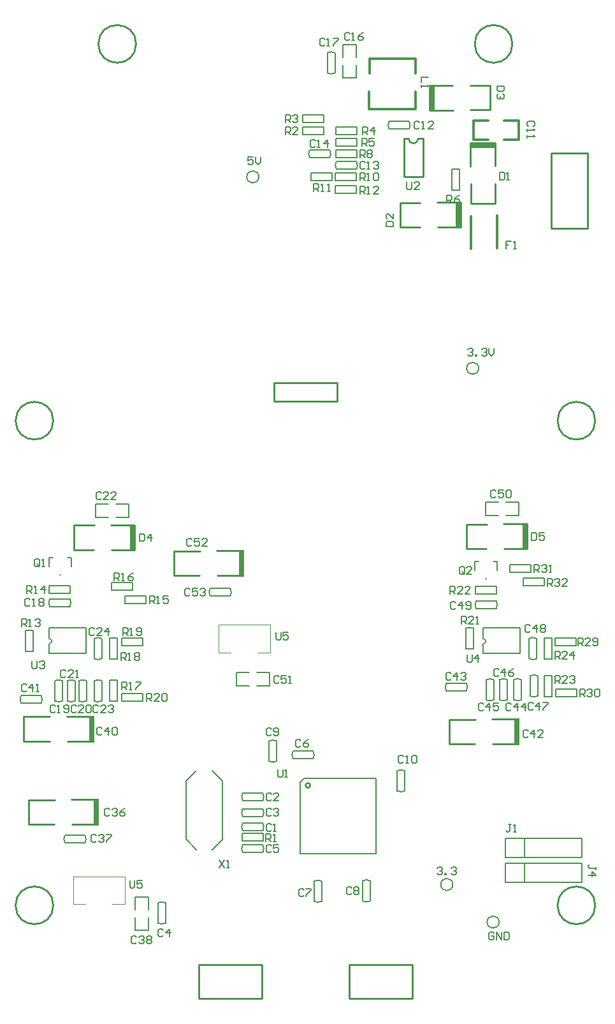
<source format=gto>
G04 Layer_Color=65535*
%FSLAX25Y25*%
%MOIN*%
G70*
G01*
G75*
%ADD33C,0.01000*%
%ADD55C,0.00787*%
%ADD56C,0.00394*%
%ADD57C,0.00800*%
%ADD58C,0.01200*%
%ADD59R,0.02900X0.14000*%
%ADD60R,0.02567X0.13000*%
%ADD61R,0.13000X0.02567*%
D33*
X209500Y452500D02*
G03*
X214500Y452500I2500J0D01*
G01*
X158083Y114545D02*
G03*
X158083Y114545I-1204J0D01*
G01*
X23622Y51890D02*
G03*
X23622Y51890I-9843J0D01*
G01*
X307087D02*
G03*
X307087Y51890I-9843J0D01*
G01*
Y305118D02*
G03*
X307087Y305118I-9843J0D01*
G01*
X23622D02*
G03*
X23622Y305118I-9843J0D01*
G01*
X66929Y501968D02*
G03*
X66929Y501968I-9843J0D01*
G01*
X263779D02*
G03*
X263779Y501968I-9843J0D01*
G01*
X86700Y237055D02*
X100386D01*
X86700Y224098D02*
X100224D01*
X109508Y224130D02*
X121587D01*
X109248Y237130D02*
X121587D01*
Y224130D02*
Y237130D01*
X86700Y224098D02*
Y237055D01*
X239894Y238098D02*
Y251055D01*
X271587Y238130D02*
Y251130D01*
X259248D02*
X271587D01*
X259508Y238130D02*
X271587D01*
X239894Y238098D02*
X250224D01*
X239894Y251055D02*
X250386D01*
X230700Y149055D02*
X244386D01*
X230700Y136098D02*
X244224D01*
X253508Y136130D02*
X265587D01*
X253248Y149130D02*
X265587D01*
Y136130D02*
Y149130D01*
X230700Y136098D02*
Y149055D01*
X8208Y150413D02*
X21894D01*
X8208Y137457D02*
X21732D01*
X31016Y137488D02*
X43094D01*
X30756Y150488D02*
X43094D01*
Y137488D02*
Y150488D01*
X8208Y137457D02*
Y150413D01*
X207000Y432500D02*
Y452500D01*
Y432500D02*
X217000D01*
Y452500D01*
X214500D02*
X217000D01*
X207000D02*
X209500D01*
X34579Y237598D02*
Y250555D01*
X66272Y237630D02*
Y250630D01*
X53933D02*
X66272D01*
X54193Y237630D02*
X66272D01*
X34579Y237598D02*
X44909D01*
X34579Y250555D02*
X45071D01*
X252106Y467445D02*
Y480402D01*
X220413Y467370D02*
Y480370D01*
Y467370D02*
X232752D01*
X220413Y480370D02*
X232492D01*
X241776Y480402D02*
X252106D01*
X241614Y467445D02*
X252106D01*
X205079Y406098D02*
Y419055D01*
X236772Y406130D02*
Y419130D01*
X224433D02*
X236772D01*
X224693Y406130D02*
X236772D01*
X205079Y406098D02*
X215409D01*
X205079Y419055D02*
X215571D01*
X241945Y418579D02*
X254902D01*
X241870Y450272D02*
X254870D01*
X241870Y437933D02*
Y450272D01*
X254870Y438193D02*
Y450272D01*
X254902Y418579D02*
Y428909D01*
X241945Y418579D02*
Y429071D01*
X10700Y107055D02*
X24386D01*
X10700Y94098D02*
X24224D01*
X33508Y94130D02*
X45587D01*
X33248Y107130D02*
X45587D01*
Y94130D02*
Y107130D01*
X10700Y94098D02*
Y107055D01*
X138976Y315354D02*
Y324803D01*
Y315354D02*
X172047D01*
Y324803D01*
X138976D02*
X172047D01*
X178347Y20866D02*
X211417D01*
Y3150D02*
Y20866D01*
X178347Y3150D02*
X211417D01*
X178347D02*
Y20866D01*
X284252Y405512D02*
Y444882D01*
X303150D01*
Y405512D02*
Y444882D01*
X284252Y405512D02*
X303150D01*
X132677Y3150D02*
Y20866D01*
X99606Y3150D02*
X132677D01*
X99606D02*
Y20866D01*
X132677D01*
D55*
X149003Y132468D02*
G03*
X149024Y128491I3839J-1969D01*
G01*
X159580Y128532D02*
G03*
X159559Y132509I-3839J1969D01*
G01*
X116252Y213531D02*
G03*
X116231Y217509I-3839J1969D01*
G01*
X105675Y217469D02*
G03*
X105696Y213491I3839J-1969D01*
G01*
X248600Y188660D02*
G03*
X248600Y191160I0J1250D01*
G01*
X255339Y207031D02*
G03*
X255317Y211009I-3839J1969D01*
G01*
X244761Y210968D02*
G03*
X244782Y206991I3839J-1969D01*
G01*
X276468Y191339D02*
G03*
X272491Y191317I-1969J-3839D01*
G01*
X272532Y180761D02*
G03*
X276509Y180782I1969J3839D01*
G01*
X276969Y171839D02*
G03*
X272991Y171818I-1969J-3839D01*
G01*
X273031Y161261D02*
G03*
X277009Y161283I1969J3839D01*
G01*
X260968Y169839D02*
G03*
X256991Y169817I-1969J-3839D01*
G01*
X257031Y159261D02*
G03*
X261009Y159283I1969J3839D01*
G01*
X253969Y169752D02*
G03*
X249991Y169731I-1969J-3839D01*
G01*
X250031Y159175D02*
G03*
X254009Y159196I1969J3839D01*
G01*
X268468Y169839D02*
G03*
X264491Y169817I-1969J-3839D01*
G01*
X264531Y159261D02*
G03*
X268509Y159283I1969J3839D01*
G01*
X229161Y167968D02*
G03*
X229183Y163991I3839J-1969D01*
G01*
X239739Y164032D02*
G03*
X239718Y168009I-3839J1969D01*
G01*
X48968Y169252D02*
G03*
X44991Y169231I-1969J-3839D01*
G01*
X45031Y158675D02*
G03*
X49009Y158696I1969J3839D01*
G01*
X246150Y332500D02*
G03*
X246150Y332500I-3150J0D01*
G01*
X232610Y62788D02*
G03*
X232610Y62788I-3150J0D01*
G01*
X256827Y43149D02*
G03*
X256827Y43149I-3150J0D01*
G01*
X131150Y432500D02*
G03*
X131150Y432500I-3150J0D01*
G01*
X6748Y161469D02*
G03*
X6769Y157491I3839J-1969D01*
G01*
X17325Y157531D02*
G03*
X17304Y161509I-3839J1969D01*
G01*
X21600Y188660D02*
G03*
X21600Y191160I0J1250D01*
G01*
X40252Y84531D02*
G03*
X40231Y88509I-3839J1969D01*
G01*
X29675Y88468D02*
G03*
X29696Y84491I3839J-1969D01*
G01*
X48968Y191339D02*
G03*
X44991Y191317I-1969J-3839D01*
G01*
X45031Y180761D02*
G03*
X49009Y180782I1969J3839D01*
G01*
X34969Y169252D02*
G03*
X30991Y169231I-1969J-3839D01*
G01*
X31032Y158675D02*
G03*
X35009Y158696I1969J3839D01*
G01*
X40968Y169252D02*
G03*
X36991Y169231I-1969J-3839D01*
G01*
X37031Y158675D02*
G03*
X41009Y158696I1969J3839D01*
G01*
X28468Y169252D02*
G03*
X24491Y169231I-1969J-3839D01*
G01*
X24532Y158675D02*
G03*
X28509Y158696I1969J3839D01*
G01*
X32339Y208032D02*
G03*
X32318Y212009I-3839J1969D01*
G01*
X21761Y211968D02*
G03*
X21782Y207991I3839J-1969D01*
G01*
X170968Y497339D02*
G03*
X166991Y497318I-1969J-3839D01*
G01*
X167032Y486761D02*
G03*
X171009Y486783I1969J3839D01*
G01*
X168252Y442531D02*
G03*
X168231Y446509I-3839J1969D01*
G01*
X157675Y446468D02*
G03*
X157696Y442491I3839J-1969D01*
G01*
X182252Y436531D02*
G03*
X182231Y440509I-3839J1969D01*
G01*
X171675Y440469D02*
G03*
X171696Y436491I3839J-1969D01*
G01*
X199248Y461469D02*
G03*
X199269Y457491I3839J-1969D01*
G01*
X209825Y457531D02*
G03*
X209804Y461509I-3839J1969D01*
G01*
X207469Y122252D02*
G03*
X203491Y122231I-1969J-3839D01*
G01*
X203532Y111675D02*
G03*
X207509Y111696I1969J3839D01*
G01*
X136531Y127161D02*
G03*
X140509Y127182I1969J3839D01*
G01*
X140469Y137739D02*
G03*
X136491Y137717I-1969J-3839D01*
G01*
X185531Y54161D02*
G03*
X189509Y54182I1969J3839D01*
G01*
X189469Y64739D02*
G03*
X185491Y64718I-1969J-3839D01*
G01*
X160035Y54020D02*
G03*
X164012Y54041I1969J3839D01*
G01*
X163972Y64597D02*
G03*
X159994Y64576I-1969J-3839D01*
G01*
X122661Y83469D02*
G03*
X122682Y79491I3839J-1969D01*
G01*
X133239Y79532D02*
G03*
X133218Y83509I-3839J1969D01*
G01*
X78531Y42661D02*
G03*
X82509Y42682I1969J3839D01*
G01*
X82468Y53239D02*
G03*
X78491Y53218I-1969J-3839D01*
G01*
X133239Y98390D02*
G03*
X133218Y102368I-3839J1969D01*
G01*
X122661Y102327D02*
G03*
X122682Y98350I3839J-1969D01*
G01*
X133239Y106532D02*
G03*
X133218Y110509I-3839J1969D01*
G01*
X122661Y110468D02*
G03*
X122682Y106491I3839J-1969D01*
G01*
X133239Y90890D02*
G03*
X133218Y94868I-3839J1969D01*
G01*
X122661Y94827D02*
G03*
X122682Y90850I3839J-1969D01*
G01*
X149003Y132500D02*
X159442D01*
X149042Y128500D02*
X159542D01*
X105813Y213500D02*
X116252D01*
X105713Y217500D02*
X116213D01*
X119287Y173543D02*
X126000D01*
X119287Y166457D02*
X126000D01*
X130000D02*
X136713D01*
X130000Y173543D02*
X136713D01*
Y166457D02*
Y173543D01*
X119287Y166457D02*
Y173543D01*
X248500Y183600D02*
Y188600D01*
X267891Y183600D02*
Y196800D01*
X248500Y183600D02*
X267891D01*
X248600Y191160D02*
Y196800D01*
X267891D01*
X269459Y223000D02*
X280459D01*
X269459Y219000D02*
X280459D01*
Y223000D01*
X269459Y219000D02*
Y223000D01*
X262546Y230000D02*
X273546D01*
X262546Y226000D02*
X273546D01*
Y230000D01*
X262546Y226000D02*
Y230000D01*
X286546Y165000D02*
X297546D01*
X286546Y161000D02*
X297546D01*
Y165000D01*
X286546Y161000D02*
Y165000D01*
X286046Y191500D02*
X297046D01*
X286046Y187500D02*
X297046D01*
Y191500D01*
X286046Y187500D02*
Y191500D01*
X284500Y180541D02*
Y191541D01*
X280500Y180541D02*
Y191541D01*
Y180541D02*
X284500D01*
X280500Y191541D02*
X284500D01*
X280500Y160959D02*
Y171959D01*
X284500Y160959D02*
Y171959D01*
X280500D02*
X284500D01*
X280500Y160959D02*
X284500D01*
X244541Y214500D02*
X255541D01*
X244541Y218500D02*
X255541D01*
X244541Y214500D02*
Y218500D01*
X255541Y214500D02*
Y218500D01*
X61046Y213500D02*
X72046D01*
X61046Y209500D02*
X72046D01*
Y213500D01*
X61046Y209500D02*
Y213500D01*
X244200Y231500D02*
X246200D01*
X249700Y222500D02*
X250200D01*
X253700Y231500D02*
X255700D01*
X244200Y227000D02*
Y231500D01*
X255700Y227000D02*
Y231500D01*
X260500Y255457D02*
X267213D01*
X260500Y262543D02*
X267213D01*
X249787D02*
X256500D01*
X249787Y255457D02*
X256500D01*
X249787D02*
Y262543D01*
X267213Y255457D02*
Y262543D01*
X244900Y207000D02*
X255339D01*
X244800Y211000D02*
X255300D01*
X276500Y180900D02*
Y191339D01*
X272500Y180800D02*
Y191300D01*
X277000Y161400D02*
Y171839D01*
X273000Y161300D02*
Y171800D01*
X261000Y159400D02*
Y169839D01*
X257000Y159300D02*
Y169800D01*
X254000Y159313D02*
Y169752D01*
X250000Y159213D02*
Y169713D01*
X268500Y159400D02*
Y169839D01*
X264500Y159300D02*
Y169800D01*
X229161Y168000D02*
X239600D01*
X229200Y164000D02*
X239700D01*
X49000Y158813D02*
Y169252D01*
X45000Y158713D02*
Y169213D01*
X6748Y161500D02*
X17187D01*
X6787Y157500D02*
X17287D01*
X270000Y64000D02*
Y74000D01*
X260000Y64000D02*
Y74000D01*
X300000D01*
Y64000D02*
Y74000D01*
X260000Y64000D02*
X300000D01*
X93063Y116921D02*
X98480Y122339D01*
X93063Y86417D02*
Y116921D01*
Y86417D02*
X98476Y81000D01*
X106843D02*
X111965Y86122D01*
X106650Y122339D02*
X111965Y117024D01*
Y86122D02*
Y117024D01*
X21500Y183600D02*
Y188600D01*
X40891Y183600D02*
Y196800D01*
X21500Y183600D02*
X40891D01*
X21600Y191160D02*
Y196800D01*
X40891D01*
X239500Y185959D02*
Y196959D01*
X243500Y185959D02*
Y196959D01*
X239500D02*
X243500D01*
X239500Y185959D02*
X243500D01*
X59546Y162500D02*
X70546D01*
X59546Y158500D02*
X70546D01*
Y162500D01*
X59546Y158500D02*
Y162500D01*
Y191500D02*
X70546D01*
X59546Y187500D02*
X70546D01*
Y191500D01*
X59546Y187500D02*
Y191500D01*
X57000Y180454D02*
Y191454D01*
X53000Y180454D02*
Y191454D01*
Y180454D02*
X57000D01*
X53000Y191454D02*
X57000D01*
X53000Y158546D02*
Y169546D01*
X57000Y158546D02*
Y169546D01*
X53000D02*
X57000D01*
X53000Y158546D02*
X57000D01*
X54046Y220500D02*
X65046D01*
X54046Y216500D02*
X65046D01*
Y220500D01*
X54046Y216500D02*
Y220500D01*
X21541Y215000D02*
X32541D01*
X21541Y219000D02*
X32541D01*
X21541Y215000D02*
Y219000D01*
X32541Y215000D02*
Y219000D01*
X9000Y184546D02*
Y195546D01*
X13000Y184546D02*
Y195546D01*
X9000D02*
X13000D01*
X9000Y184546D02*
X13000D01*
X171041Y424000D02*
X182041D01*
X171041Y428000D02*
X182041D01*
X171041Y424000D02*
Y428000D01*
X182041Y424000D02*
Y428000D01*
X158454Y430500D02*
X169454D01*
X158454Y434500D02*
X169454D01*
X158454Y430500D02*
Y434500D01*
X169454Y430500D02*
Y434500D01*
X171041Y430500D02*
X182041D01*
X171041Y434500D02*
X182041D01*
X171041Y430500D02*
Y434500D01*
X182041Y430500D02*
Y434500D01*
X171454Y442500D02*
X182454D01*
X171454Y446500D02*
X182454D01*
X171454Y442500D02*
Y446500D01*
X182454Y442500D02*
Y446500D01*
X232000Y425459D02*
Y436459D01*
X236000Y425459D02*
Y436459D01*
X232000D02*
X236000D01*
X232000Y425459D02*
X236000D01*
X171454Y448500D02*
X182454D01*
X171454Y452500D02*
X182454D01*
X171454Y448500D02*
Y452500D01*
X182454Y448500D02*
Y452500D01*
X171541Y454500D02*
X182541D01*
X171541Y458500D02*
X182541D01*
X171541Y454500D02*
Y458500D01*
X182541Y454500D02*
Y458500D01*
X154046Y465000D02*
X165046D01*
X154046Y461000D02*
X165046D01*
Y465000D01*
X154046Y461000D02*
Y465000D01*
X154041Y454500D02*
X165041D01*
X154041Y458500D02*
X165041D01*
X154041Y454500D02*
Y458500D01*
X165041Y454500D02*
Y458500D01*
X122454Y85500D02*
X133454D01*
X122454Y89500D02*
X133454D01*
X122454Y85500D02*
Y89500D01*
X133454Y85500D02*
Y89500D01*
X21500Y233500D02*
X23500D01*
X27000Y224500D02*
X27500D01*
X31000Y233500D02*
X33000D01*
X21500Y229000D02*
Y233500D01*
X33000Y229000D02*
Y233500D01*
X73543Y49500D02*
Y56213D01*
X66457Y49500D02*
Y56213D01*
Y38787D02*
Y45500D01*
X73543Y38787D02*
Y45500D01*
X66457Y38787D02*
X73543D01*
X66457Y56213D02*
X73543D01*
X29813Y84500D02*
X40252D01*
X29713Y88500D02*
X40213D01*
X49000Y180900D02*
Y191339D01*
X45000Y180800D02*
Y191300D01*
X56500Y254457D02*
X63213D01*
X56500Y261543D02*
X63213D01*
X45787D02*
X52500D01*
X45787Y254457D02*
X52500D01*
X45787D02*
Y261543D01*
X63213Y254457D02*
Y261543D01*
X35000Y158813D02*
Y169252D01*
X31000Y158713D02*
Y169213D01*
X41000Y158813D02*
Y169252D01*
X37000Y158713D02*
Y169213D01*
X28500Y158813D02*
Y169252D01*
X24500Y158713D02*
Y169213D01*
X21900Y208000D02*
X32339D01*
X21800Y212000D02*
X32300D01*
X171000Y486900D02*
Y497339D01*
X167000Y486800D02*
Y497300D01*
X182043Y495000D02*
Y501713D01*
X174957Y495000D02*
Y501713D01*
Y484287D02*
Y491000D01*
X182043Y484287D02*
Y491000D01*
X174957Y484287D02*
X182043D01*
X174957Y501713D02*
X182043D01*
X157813Y442500D02*
X168252D01*
X157713Y446500D02*
X168213D01*
X171813Y436500D02*
X182252D01*
X171713Y440500D02*
X182213D01*
X199248Y461500D02*
X209687D01*
X199287Y457500D02*
X209787D01*
X207500Y111813D02*
Y122252D01*
X203500Y111713D02*
Y122213D01*
X136500Y127161D02*
Y137600D01*
X140500Y127200D02*
Y137700D01*
X185500Y54161D02*
Y64600D01*
X189500Y54200D02*
Y64700D01*
X160003Y54020D02*
Y64459D01*
X164003Y54059D02*
Y64559D01*
X122661Y83500D02*
X133100D01*
X122700Y79500D02*
X133200D01*
X78500Y42661D02*
Y53100D01*
X82500Y42700D02*
Y53200D01*
X122800Y98359D02*
X133239D01*
X122700Y102359D02*
X133200D01*
X122800Y106500D02*
X133239D01*
X122700Y110500D02*
X133200D01*
X122800Y90859D02*
X133239D01*
X122700Y94859D02*
X133200D01*
X270000Y77000D02*
Y87000D01*
X260000Y77000D02*
Y87000D01*
X300000D01*
Y77000D02*
Y87000D01*
X260000Y77000D02*
X300000D01*
X153124Y137780D02*
X152468Y138436D01*
X151156D01*
X150500Y137780D01*
Y135156D01*
X151156Y134500D01*
X152468D01*
X153124Y135156D01*
X157060Y138436D02*
X155748Y137780D01*
X154436Y136468D01*
Y135156D01*
X155092Y134500D01*
X156404D01*
X157060Y135156D01*
Y135812D01*
X156404Y136468D01*
X154436D01*
X140000Y194436D02*
Y191156D01*
X140656Y190500D01*
X141968D01*
X142624Y191156D01*
Y194436D01*
X146560D02*
X143936D01*
Y192468D01*
X145248Y193124D01*
X145904D01*
X146560Y192468D01*
Y191156D01*
X145904Y190500D01*
X144592D01*
X143936Y191156D01*
X95124Y216780D02*
X94468Y217436D01*
X93156D01*
X92500Y216780D01*
Y214156D01*
X93156Y213500D01*
X94468D01*
X95124Y214156D01*
X99060Y217436D02*
X96436D01*
Y215468D01*
X97748Y216124D01*
X98404D01*
X99060Y215468D01*
Y214156D01*
X98404Y213500D01*
X97092D01*
X96436Y214156D01*
X100372Y216780D02*
X101027Y217436D01*
X102339D01*
X102995Y216780D01*
Y216124D01*
X102339Y215468D01*
X101683D01*
X102339D01*
X102995Y214812D01*
Y214156D01*
X102339Y213500D01*
X101027D01*
X100372Y214156D01*
X96124Y242780D02*
X95468Y243436D01*
X94156D01*
X93500Y242780D01*
Y240156D01*
X94156Y239500D01*
X95468D01*
X96124Y240156D01*
X100060Y243436D02*
X97436D01*
Y241468D01*
X98748Y242124D01*
X99404D01*
X100060Y241468D01*
Y240156D01*
X99404Y239500D01*
X98092D01*
X97436Y240156D01*
X103995Y239500D02*
X101372D01*
X103995Y242124D01*
Y242780D01*
X103339Y243436D01*
X102027D01*
X101372Y242780D01*
X141624Y171280D02*
X140968Y171936D01*
X139656D01*
X139000Y171280D01*
Y168656D01*
X139656Y168000D01*
X140968D01*
X141624Y168656D01*
X145560Y171936D02*
X142936D01*
Y169968D01*
X144248Y170624D01*
X144904D01*
X145560Y169968D01*
Y168656D01*
X144904Y168000D01*
X143592D01*
X142936Y168656D01*
X146871Y168000D02*
X148183D01*
X147527D01*
Y171936D01*
X146871Y171280D01*
X240000Y182936D02*
Y179656D01*
X240656Y179000D01*
X241968D01*
X242624Y179656D01*
Y182936D01*
X245904Y179000D02*
Y182936D01*
X243936Y180968D01*
X246560D01*
X282000Y218500D02*
Y222436D01*
X283968D01*
X284624Y221780D01*
Y220468D01*
X283968Y219812D01*
X282000D01*
X283312D02*
X284624Y218500D01*
X285936Y221780D02*
X286592Y222436D01*
X287904D01*
X288560Y221780D01*
Y221124D01*
X287904Y220468D01*
X287248D01*
X287904D01*
X288560Y219812D01*
Y219156D01*
X287904Y218500D01*
X286592D01*
X285936Y219156D01*
X292495Y218500D02*
X289872D01*
X292495Y221124D01*
Y221780D01*
X291839Y222436D01*
X290527D01*
X289872Y221780D01*
X275087Y226000D02*
Y229936D01*
X277055D01*
X277710Y229280D01*
Y227968D01*
X277055Y227312D01*
X275087D01*
X276398D02*
X277710Y226000D01*
X279022Y229280D02*
X279678Y229936D01*
X280990D01*
X281646Y229280D01*
Y228624D01*
X280990Y227968D01*
X280334D01*
X280990D01*
X281646Y227312D01*
Y226656D01*
X280990Y226000D01*
X279678D01*
X279022Y226656D01*
X282958Y226000D02*
X284270D01*
X283614D01*
Y229936D01*
X282958Y229280D01*
X299000Y161000D02*
Y164936D01*
X300968D01*
X301624Y164280D01*
Y162968D01*
X300968Y162312D01*
X299000D01*
X300312D02*
X301624Y161000D01*
X302936Y164280D02*
X303592Y164936D01*
X304904D01*
X305560Y164280D01*
Y163624D01*
X304904Y162968D01*
X304248D01*
X304904D01*
X305560Y162312D01*
Y161656D01*
X304904Y161000D01*
X303592D01*
X302936Y161656D01*
X306872Y164280D02*
X307527Y164936D01*
X308839D01*
X309495Y164280D01*
Y161656D01*
X308839Y161000D01*
X307527D01*
X306872Y161656D01*
Y164280D01*
X298000Y187500D02*
Y191436D01*
X299968D01*
X300624Y190780D01*
Y189468D01*
X299968Y188812D01*
X298000D01*
X299312D02*
X300624Y187500D01*
X304560D02*
X301936D01*
X304560Y190124D01*
Y190780D01*
X303904Y191436D01*
X302592D01*
X301936Y190780D01*
X305872Y188156D02*
X306527Y187500D01*
X307839D01*
X308495Y188156D01*
Y190780D01*
X307839Y191436D01*
X306527D01*
X305872Y190780D01*
Y190124D01*
X306527Y189468D01*
X308495D01*
X286000Y180500D02*
Y184436D01*
X287968D01*
X288624Y183780D01*
Y182468D01*
X287968Y181812D01*
X286000D01*
X287312D02*
X288624Y180500D01*
X292560D02*
X289936D01*
X292560Y183124D01*
Y183780D01*
X291904Y184436D01*
X290592D01*
X289936Y183780D01*
X295839Y180500D02*
Y184436D01*
X293871Y182468D01*
X296495D01*
X286000Y168000D02*
Y171936D01*
X287968D01*
X288624Y171280D01*
Y169968D01*
X287968Y169312D01*
X286000D01*
X287312D02*
X288624Y168000D01*
X292560D02*
X289936D01*
X292560Y170624D01*
Y171280D01*
X291904Y171936D01*
X290592D01*
X289936Y171280D01*
X293871D02*
X294527Y171936D01*
X295839D01*
X296495Y171280D01*
Y170624D01*
X295839Y169968D01*
X295183D01*
X295839D01*
X296495Y169312D01*
Y168656D01*
X295839Y168000D01*
X294527D01*
X293871Y168656D01*
X231087Y214500D02*
Y218436D01*
X233054D01*
X233710Y217780D01*
Y216468D01*
X233054Y215812D01*
X231087D01*
X232399D02*
X233710Y214500D01*
X237646D02*
X235022D01*
X237646Y217124D01*
Y217780D01*
X236990Y218436D01*
X235678D01*
X235022Y217780D01*
X241582Y214500D02*
X238958D01*
X241582Y217124D01*
Y217780D01*
X240926Y218436D01*
X239614D01*
X238958Y217780D01*
X74000Y209500D02*
Y213436D01*
X75968D01*
X76624Y212780D01*
Y211468D01*
X75968Y210812D01*
X74000D01*
X75312D02*
X76624Y209500D01*
X77936D02*
X79248D01*
X78592D01*
Y213436D01*
X77936Y212780D01*
X83839Y213436D02*
X81216D01*
Y211468D01*
X82527Y212124D01*
X83183D01*
X83839Y211468D01*
Y210156D01*
X83183Y209500D01*
X81871D01*
X81216Y210156D01*
X238624Y225656D02*
Y228280D01*
X237968Y228936D01*
X236656D01*
X236000Y228280D01*
Y225656D01*
X236656Y225000D01*
X237968D01*
X237312Y226312D02*
X238624Y225000D01*
X237968D02*
X238624Y225656D01*
X242560Y225000D02*
X239936D01*
X242560Y227624D01*
Y228280D01*
X241904Y228936D01*
X240592D01*
X239936Y228280D01*
X273815Y246436D02*
Y242500D01*
X275783D01*
X276439Y243156D01*
Y245780D01*
X275783Y246436D01*
X273815D01*
X280375D02*
X277751D01*
Y244468D01*
X279063Y245124D01*
X279719D01*
X280375Y244468D01*
Y243156D01*
X279719Y242500D01*
X278407D01*
X277751Y243156D01*
X255124Y268280D02*
X254468Y268936D01*
X253156D01*
X252500Y268280D01*
Y265656D01*
X253156Y265000D01*
X254468D01*
X255124Y265656D01*
X259060Y268936D02*
X256436D01*
Y266968D01*
X257748Y267624D01*
X258404D01*
X259060Y266968D01*
Y265656D01*
X258404Y265000D01*
X257092D01*
X256436Y265656D01*
X260371Y268280D02*
X261027Y268936D01*
X262339D01*
X262995Y268280D01*
Y265656D01*
X262339Y265000D01*
X261027D01*
X260371Y265656D01*
Y268280D01*
X234124Y209780D02*
X233468Y210436D01*
X232156D01*
X231500Y209780D01*
Y207156D01*
X232156Y206500D01*
X233468D01*
X234124Y207156D01*
X237404Y206500D02*
Y210436D01*
X235436Y208468D01*
X238060D01*
X239371Y207156D02*
X240027Y206500D01*
X241339D01*
X241995Y207156D01*
Y209780D01*
X241339Y210436D01*
X240027D01*
X239371Y209780D01*
Y209124D01*
X240027Y208468D01*
X241995D01*
X273124Y197780D02*
X272468Y198436D01*
X271156D01*
X270500Y197780D01*
Y195156D01*
X271156Y194500D01*
X272468D01*
X273124Y195156D01*
X276404Y194500D02*
Y198436D01*
X274436Y196468D01*
X277060D01*
X278372Y197780D02*
X279027Y198436D01*
X280339D01*
X280995Y197780D01*
Y197124D01*
X280339Y196468D01*
X280995Y195812D01*
Y195156D01*
X280339Y194500D01*
X279027D01*
X278372Y195156D01*
Y195812D01*
X279027Y196468D01*
X278372Y197124D01*
Y197780D01*
X279027Y196468D02*
X280339D01*
X274624Y157280D02*
X273968Y157936D01*
X272656D01*
X272000Y157280D01*
Y154656D01*
X272656Y154000D01*
X273968D01*
X274624Y154656D01*
X277904Y154000D02*
Y157936D01*
X275936Y155968D01*
X278560D01*
X279872Y157936D02*
X282495D01*
Y157280D01*
X279872Y154656D01*
Y154000D01*
X256624Y174780D02*
X255968Y175436D01*
X254656D01*
X254000Y174780D01*
Y172156D01*
X254656Y171500D01*
X255968D01*
X256624Y172156D01*
X259904Y171500D02*
Y175436D01*
X257936Y173468D01*
X260560D01*
X264495Y175436D02*
X263183Y174780D01*
X261872Y173468D01*
Y172156D01*
X262527Y171500D01*
X263839D01*
X264495Y172156D01*
Y172812D01*
X263839Y173468D01*
X261872D01*
X248624Y156780D02*
X247968Y157436D01*
X246656D01*
X246000Y156780D01*
Y154156D01*
X246656Y153500D01*
X247968D01*
X248624Y154156D01*
X251904Y153500D02*
Y157436D01*
X249936Y155468D01*
X252560D01*
X256495Y157436D02*
X253871D01*
Y155468D01*
X255183Y156124D01*
X255839D01*
X256495Y155468D01*
Y154156D01*
X255839Y153500D01*
X254527D01*
X253871Y154156D01*
X263124Y156780D02*
X262468Y157436D01*
X261156D01*
X260500Y156780D01*
Y154156D01*
X261156Y153500D01*
X262468D01*
X263124Y154156D01*
X266404Y153500D02*
Y157436D01*
X264436Y155468D01*
X267060D01*
X270339Y153500D02*
Y157436D01*
X268372Y155468D01*
X270995D01*
X231624Y172780D02*
X230968Y173436D01*
X229656D01*
X229000Y172780D01*
Y170156D01*
X229656Y169500D01*
X230968D01*
X231624Y170156D01*
X234904Y169500D02*
Y173436D01*
X232936Y171468D01*
X235560D01*
X236872Y172780D02*
X237527Y173436D01*
X238839D01*
X239495Y172780D01*
Y172124D01*
X238839Y171468D01*
X238183D01*
X238839D01*
X239495Y170812D01*
Y170156D01*
X238839Y169500D01*
X237527D01*
X236872Y170156D01*
X271954Y142780D02*
X271299Y143436D01*
X269987D01*
X269331Y142780D01*
Y140156D01*
X269987Y139500D01*
X271299D01*
X271954Y140156D01*
X275234Y139500D02*
Y143436D01*
X273266Y141468D01*
X275890D01*
X279826Y139500D02*
X277202D01*
X279826Y142124D01*
Y142780D01*
X279170Y143436D01*
X277858D01*
X277202Y142780D01*
X47124Y155780D02*
X46468Y156436D01*
X45156D01*
X44500Y155780D01*
Y153156D01*
X45156Y152500D01*
X46468D01*
X47124Y153156D01*
X51060Y152500D02*
X48436D01*
X51060Y155124D01*
Y155780D01*
X50404Y156436D01*
X49092D01*
X48436Y155780D01*
X52372D02*
X53027Y156436D01*
X54339D01*
X54995Y155780D01*
Y155124D01*
X54339Y154468D01*
X53683D01*
X54339D01*
X54995Y153812D01*
Y153156D01*
X54339Y152500D01*
X53027D01*
X52372Y153156D01*
X240450Y342330D02*
X241106Y342986D01*
X242418D01*
X243074Y342330D01*
Y341674D01*
X242418Y341018D01*
X241762D01*
X242418D01*
X243074Y340362D01*
Y339706D01*
X242418Y339050D01*
X241106D01*
X240450Y339706D01*
X244386Y339050D02*
Y339706D01*
X245042D01*
Y339050D01*
X244386D01*
X247666Y342330D02*
X248322Y342986D01*
X249633D01*
X250289Y342330D01*
Y341674D01*
X249633Y341018D01*
X248977D01*
X249633D01*
X250289Y340362D01*
Y339706D01*
X249633Y339050D01*
X248322D01*
X247666Y339706D01*
X251601Y342986D02*
Y340362D01*
X252913Y339050D01*
X254225Y340362D01*
Y342986D01*
X224500Y71280D02*
X225156Y71936D01*
X226468D01*
X227124Y71280D01*
Y70624D01*
X226468Y69968D01*
X225812D01*
X226468D01*
X227124Y69312D01*
Y68656D01*
X226468Y68000D01*
X225156D01*
X224500Y68656D01*
X228436Y68000D02*
Y68656D01*
X229092D01*
Y68000D01*
X228436D01*
X231715Y71280D02*
X232371Y71936D01*
X233683D01*
X234339Y71280D01*
Y70624D01*
X233683Y69968D01*
X233027D01*
X233683D01*
X234339Y69312D01*
Y68656D01*
X233683Y68000D01*
X232371D01*
X231715Y68656D01*
X254124Y37280D02*
X253468Y37936D01*
X252156D01*
X251500Y37280D01*
Y34656D01*
X252156Y34000D01*
X253468D01*
X254124Y34656D01*
Y35968D01*
X252812D01*
X255436Y34000D02*
Y37936D01*
X258060Y34000D01*
Y37936D01*
X259371D02*
Y34000D01*
X261339D01*
X261995Y34656D01*
Y37280D01*
X261339Y37936D01*
X259371D01*
X128074Y442986D02*
X125450D01*
Y441018D01*
X126762Y441674D01*
X127418D01*
X128074Y441018D01*
Y439706D01*
X127418Y439050D01*
X126106D01*
X125450Y439706D01*
X129386Y442986D02*
Y440362D01*
X130698Y439050D01*
X132010Y440362D01*
Y442986D01*
X9624Y166780D02*
X8968Y167436D01*
X7656D01*
X7000Y166780D01*
Y164156D01*
X7656Y163500D01*
X8968D01*
X9624Y164156D01*
X12904Y163500D02*
Y167436D01*
X10936Y165468D01*
X13560D01*
X14872Y163500D02*
X16183D01*
X15527D01*
Y167436D01*
X14872Y166780D01*
X49124Y144280D02*
X48468Y144936D01*
X47156D01*
X46500Y144280D01*
Y141656D01*
X47156Y141000D01*
X48468D01*
X49124Y141656D01*
X52404Y141000D02*
Y144936D01*
X50436Y142968D01*
X53060D01*
X54372Y144280D02*
X55027Y144936D01*
X56339D01*
X56995Y144280D01*
Y141656D01*
X56339Y141000D01*
X55027D01*
X54372Y141656D01*
Y144280D01*
X307286Y70726D02*
Y72038D01*
Y71382D01*
X304006D01*
X303350Y72038D01*
Y72694D01*
X304006Y73350D01*
X303350Y67446D02*
X307286D01*
X305318Y69414D01*
Y66790D01*
X110500Y75436D02*
X113124Y71500D01*
Y75436D02*
X110500Y71500D01*
X114436D02*
X115748D01*
X115092D01*
Y75436D01*
X114436Y74780D01*
X63627Y64754D02*
Y61475D01*
X64283Y60818D01*
X65595D01*
X66251Y61475D01*
Y64754D01*
X70187D02*
X67563D01*
Y62786D01*
X68875Y63442D01*
X69531D01*
X70187Y62786D01*
Y61475D01*
X69531Y60818D01*
X68219D01*
X67563Y61475D01*
X12500Y179436D02*
Y176156D01*
X13156Y175500D01*
X14468D01*
X15124Y176156D01*
Y179436D01*
X16436Y178780D02*
X17092Y179436D01*
X18404D01*
X19060Y178780D01*
Y178124D01*
X18404Y177468D01*
X17748D01*
X18404D01*
X19060Y176812D01*
Y176156D01*
X18404Y175500D01*
X17092D01*
X16436Y176156D01*
X208500Y429936D02*
Y426656D01*
X209156Y426000D01*
X210468D01*
X211124Y426656D01*
Y429936D01*
X215060Y426000D02*
X212436D01*
X215060Y428624D01*
Y429280D01*
X214404Y429936D01*
X213092D01*
X212436Y429280D01*
X141000Y122936D02*
Y119656D01*
X141656Y119000D01*
X142968D01*
X143624Y119656D01*
Y122936D01*
X144936Y119000D02*
X146248D01*
X145592D01*
Y122936D01*
X144936Y122280D01*
X237000Y199000D02*
Y202936D01*
X238968D01*
X239624Y202280D01*
Y200968D01*
X238968Y200312D01*
X237000D01*
X238312D02*
X239624Y199000D01*
X243560D02*
X240936D01*
X243560Y201624D01*
Y202280D01*
X242904Y202936D01*
X241592D01*
X240936Y202280D01*
X244871Y199000D02*
X246183D01*
X245527D01*
Y202936D01*
X244871Y202280D01*
X72500Y158500D02*
Y162436D01*
X74468D01*
X75124Y161780D01*
Y160468D01*
X74468Y159812D01*
X72500D01*
X73812D02*
X75124Y158500D01*
X79060D02*
X76436D01*
X79060Y161124D01*
Y161780D01*
X78404Y162436D01*
X77092D01*
X76436Y161780D01*
X80371D02*
X81027Y162436D01*
X82339D01*
X82995Y161780D01*
Y159156D01*
X82339Y158500D01*
X81027D01*
X80371Y159156D01*
Y161780D01*
X60000Y193000D02*
Y196936D01*
X61968D01*
X62624Y196280D01*
Y194968D01*
X61968Y194312D01*
X60000D01*
X61312D02*
X62624Y193000D01*
X63936D02*
X65248D01*
X64592D01*
Y196936D01*
X63936Y196280D01*
X67216Y193656D02*
X67871Y193000D01*
X69183D01*
X69839Y193656D01*
Y196280D01*
X69183Y196936D01*
X67871D01*
X67216Y196280D01*
Y195624D01*
X67871Y194968D01*
X69839D01*
X59000Y180000D02*
Y183936D01*
X60968D01*
X61624Y183280D01*
Y181968D01*
X60968Y181312D01*
X59000D01*
X60312D02*
X61624Y180000D01*
X62936D02*
X64248D01*
X63592D01*
Y183936D01*
X62936Y183280D01*
X66215D02*
X66872Y183936D01*
X68183D01*
X68839Y183280D01*
Y182624D01*
X68183Y181968D01*
X68839Y181312D01*
Y180656D01*
X68183Y180000D01*
X66872D01*
X66215Y180656D01*
Y181312D01*
X66872Y181968D01*
X66215Y182624D01*
Y183280D01*
X66872Y181968D02*
X68183D01*
X59500Y164500D02*
Y168436D01*
X61468D01*
X62124Y167780D01*
Y166468D01*
X61468Y165812D01*
X59500D01*
X60812D02*
X62124Y164500D01*
X63436D02*
X64748D01*
X64092D01*
Y168436D01*
X63436Y167780D01*
X66716Y168436D02*
X69339D01*
Y167780D01*
X66716Y165156D01*
Y164500D01*
X55500Y221500D02*
Y225436D01*
X57468D01*
X58124Y224780D01*
Y223468D01*
X57468Y222812D01*
X55500D01*
X56812D02*
X58124Y221500D01*
X59436D02*
X60748D01*
X60092D01*
Y225436D01*
X59436Y224780D01*
X65339Y225436D02*
X64027Y224780D01*
X62716Y223468D01*
Y222156D01*
X63371Y221500D01*
X64683D01*
X65339Y222156D01*
Y222812D01*
X64683Y223468D01*
X62716D01*
X9777Y215044D02*
Y218980D01*
X11745D01*
X12401Y218324D01*
Y217012D01*
X11745Y216356D01*
X9777D01*
X11089D02*
X12401Y215044D01*
X13713D02*
X15024D01*
X14368D01*
Y218980D01*
X13713Y218324D01*
X18960Y215044D02*
Y218980D01*
X16992Y217012D01*
X19616D01*
X7000Y197500D02*
Y201436D01*
X8968D01*
X9624Y200780D01*
Y199468D01*
X8968Y198812D01*
X7000D01*
X8312D02*
X9624Y197500D01*
X10936D02*
X12248D01*
X11592D01*
Y201436D01*
X10936Y200780D01*
X14216D02*
X14872Y201436D01*
X16183D01*
X16839Y200780D01*
Y200124D01*
X16183Y199468D01*
X15527D01*
X16183D01*
X16839Y198812D01*
Y198156D01*
X16183Y197500D01*
X14872D01*
X14216Y198156D01*
X184000Y423500D02*
Y427436D01*
X185968D01*
X186624Y426780D01*
Y425468D01*
X185968Y424812D01*
X184000D01*
X185312D02*
X186624Y423500D01*
X187936D02*
X189248D01*
X188592D01*
Y427436D01*
X187936Y426780D01*
X193839Y423500D02*
X191216D01*
X193839Y426124D01*
Y426780D01*
X193183Y427436D01*
X191872D01*
X191216Y426780D01*
X159913Y425000D02*
Y428936D01*
X161881D01*
X162537Y428280D01*
Y426968D01*
X161881Y426312D01*
X159913D01*
X161225D02*
X162537Y425000D01*
X163849D02*
X165161D01*
X164505D01*
Y428936D01*
X163849Y428280D01*
X167129Y425000D02*
X168441D01*
X167785D01*
Y428936D01*
X167129Y428280D01*
X184000Y430500D02*
Y434436D01*
X185968D01*
X186624Y433780D01*
Y432468D01*
X185968Y431812D01*
X184000D01*
X185312D02*
X186624Y430500D01*
X187936D02*
X189248D01*
X188592D01*
Y434436D01*
X187936Y433780D01*
X191216D02*
X191872Y434436D01*
X193183D01*
X193839Y433780D01*
Y431156D01*
X193183Y430500D01*
X191872D01*
X191216Y431156D01*
Y433780D01*
X184000Y442500D02*
Y446436D01*
X185968D01*
X186624Y445780D01*
Y444468D01*
X185968Y443812D01*
X184000D01*
X185312D02*
X186624Y442500D01*
X187936Y445780D02*
X188592Y446436D01*
X189904D01*
X190560Y445780D01*
Y445124D01*
X189904Y444468D01*
X190560Y443812D01*
Y443156D01*
X189904Y442500D01*
X188592D01*
X187936Y443156D01*
Y443812D01*
X188592Y444468D01*
X187936Y445124D01*
Y445780D01*
X188592Y444468D02*
X189904D01*
X229500Y419000D02*
Y422936D01*
X231468D01*
X232124Y422280D01*
Y420968D01*
X231468Y420312D01*
X229500D01*
X230812D02*
X232124Y419000D01*
X236060Y422936D02*
X234748Y422280D01*
X233436Y420968D01*
Y419656D01*
X234092Y419000D01*
X235404D01*
X236060Y419656D01*
Y420312D01*
X235404Y420968D01*
X233436D01*
X185000Y448500D02*
Y452436D01*
X186968D01*
X187624Y451780D01*
Y450468D01*
X186968Y449812D01*
X185000D01*
X186312D02*
X187624Y448500D01*
X191560Y452436D02*
X188936D01*
Y450468D01*
X190248Y451124D01*
X190904D01*
X191560Y450468D01*
Y449156D01*
X190904Y448500D01*
X189592D01*
X188936Y449156D01*
X185500Y454500D02*
Y458436D01*
X187468D01*
X188124Y457780D01*
Y456468D01*
X187468Y455812D01*
X185500D01*
X186812D02*
X188124Y454500D01*
X191404D02*
Y458436D01*
X189436Y456468D01*
X192060D01*
X145000Y461000D02*
Y464936D01*
X146968D01*
X147624Y464280D01*
Y462968D01*
X146968Y462312D01*
X145000D01*
X146312D02*
X147624Y461000D01*
X148936Y464280D02*
X149592Y464936D01*
X150904D01*
X151560Y464280D01*
Y463624D01*
X150904Y462968D01*
X150248D01*
X150904D01*
X151560Y462312D01*
Y461656D01*
X150904Y461000D01*
X149592D01*
X148936Y461656D01*
X145000Y454500D02*
Y458436D01*
X146968D01*
X147624Y457780D01*
Y456468D01*
X146968Y455812D01*
X145000D01*
X146312D02*
X147624Y454500D01*
X151560D02*
X148936D01*
X151560Y457124D01*
Y457780D01*
X150904Y458436D01*
X149592D01*
X148936Y457780D01*
X134740Y85141D02*
Y89077D01*
X136708D01*
X137364Y88421D01*
Y87109D01*
X136708Y86453D01*
X134740D01*
X136052D02*
X137364Y85141D01*
X138676D02*
X139988D01*
X139332D01*
Y89077D01*
X138676Y88421D01*
X16365Y229714D02*
Y232337D01*
X15709Y232993D01*
X14397D01*
X13742Y232337D01*
Y229714D01*
X14397Y229058D01*
X15709D01*
X15053Y230370D02*
X16365Y229058D01*
X15709D02*
X16365Y229714D01*
X17677Y229058D02*
X18989D01*
X18333D01*
Y232993D01*
X17677Y232337D01*
X219936Y484500D02*
X216000D01*
Y481876D01*
Y480564D02*
Y479252D01*
Y479908D01*
X219936D01*
X219280Y480564D01*
X263124Y398936D02*
X260500D01*
Y396968D01*
X261812D01*
X260500D01*
Y395000D01*
X264436D02*
X265748D01*
X265092D01*
Y398936D01*
X264436Y398280D01*
X68937Y246037D02*
Y242101D01*
X70904D01*
X71560Y242757D01*
Y245381D01*
X70904Y246037D01*
X68937D01*
X74840Y242101D02*
Y246037D01*
X72872Y244069D01*
X75496D01*
X259571Y479950D02*
X255635D01*
Y477982D01*
X256291Y477326D01*
X258915D01*
X259571Y477982D01*
Y479950D01*
X258915Y476014D02*
X259571Y475358D01*
Y474046D01*
X258915Y473390D01*
X258259D01*
X257603Y474046D01*
Y474702D01*
Y474046D01*
X256947Y473390D01*
X256291D01*
X255635Y474046D01*
Y475358D01*
X256291Y476014D01*
X197614Y406550D02*
X201550D01*
Y408518D01*
X200894Y409174D01*
X198270D01*
X197614Y408518D01*
Y406550D01*
X201550Y413110D02*
Y410486D01*
X198926Y413110D01*
X198270D01*
X197614Y412454D01*
Y411142D01*
X198270Y410486D01*
X257000Y434936D02*
Y431000D01*
X258968D01*
X259624Y431656D01*
Y434280D01*
X258968Y434936D01*
X257000D01*
X260936Y431000D02*
X262248D01*
X261592D01*
Y434936D01*
X260936Y434280D01*
X67124Y35280D02*
X66468Y35936D01*
X65156D01*
X64500Y35280D01*
Y32656D01*
X65156Y32000D01*
X66468D01*
X67124Y32656D01*
X68436Y35280D02*
X69092Y35936D01*
X70404D01*
X71060Y35280D01*
Y34624D01*
X70404Y33968D01*
X69748D01*
X70404D01*
X71060Y33312D01*
Y32656D01*
X70404Y32000D01*
X69092D01*
X68436Y32656D01*
X72372Y35280D02*
X73027Y35936D01*
X74339D01*
X74995Y35280D01*
Y34624D01*
X74339Y33968D01*
X74995Y33312D01*
Y32656D01*
X74339Y32000D01*
X73027D01*
X72372Y32656D01*
Y33312D01*
X73027Y33968D01*
X72372Y34624D01*
Y35280D01*
X73027Y33968D02*
X74339D01*
X46124Y88280D02*
X45468Y88936D01*
X44156D01*
X43500Y88280D01*
Y85656D01*
X44156Y85000D01*
X45468D01*
X46124Y85656D01*
X47436Y88280D02*
X48092Y88936D01*
X49404D01*
X50060Y88280D01*
Y87624D01*
X49404Y86968D01*
X48748D01*
X49404D01*
X50060Y86312D01*
Y85656D01*
X49404Y85000D01*
X48092D01*
X47436Y85656D01*
X51372Y88936D02*
X53995D01*
Y88280D01*
X51372Y85656D01*
Y85000D01*
X53124Y101780D02*
X52468Y102436D01*
X51156D01*
X50500Y101780D01*
Y99156D01*
X51156Y98500D01*
X52468D01*
X53124Y99156D01*
X54436Y101780D02*
X55092Y102436D01*
X56404D01*
X57060Y101780D01*
Y101124D01*
X56404Y100468D01*
X55748D01*
X56404D01*
X57060Y99812D01*
Y99156D01*
X56404Y98500D01*
X55092D01*
X54436Y99156D01*
X60995Y102436D02*
X59683Y101780D01*
X58372Y100468D01*
Y99156D01*
X59027Y98500D01*
X60339D01*
X60995Y99156D01*
Y99812D01*
X60339Y100468D01*
X58372D01*
X45124Y196280D02*
X44468Y196936D01*
X43156D01*
X42500Y196280D01*
Y193656D01*
X43156Y193000D01*
X44468D01*
X45124Y193656D01*
X49060Y193000D02*
X46436D01*
X49060Y195624D01*
Y196280D01*
X48404Y196936D01*
X47092D01*
X46436Y196280D01*
X52339Y193000D02*
Y196936D01*
X50371Y194968D01*
X52995D01*
X48624Y267280D02*
X47968Y267936D01*
X46656D01*
X46000Y267280D01*
Y264656D01*
X46656Y264000D01*
X47968D01*
X48624Y264656D01*
X52560Y264000D02*
X49936D01*
X52560Y266624D01*
Y267280D01*
X51904Y267936D01*
X50592D01*
X49936Y267280D01*
X56495Y264000D02*
X53872D01*
X56495Y266624D01*
Y267280D01*
X55839Y267936D01*
X54527D01*
X53872Y267280D01*
X30124Y174280D02*
X29468Y174936D01*
X28156D01*
X27500Y174280D01*
Y171656D01*
X28156Y171000D01*
X29468D01*
X30124Y171656D01*
X34060Y171000D02*
X31436D01*
X34060Y173624D01*
Y174280D01*
X33404Y174936D01*
X32092D01*
X31436Y174280D01*
X35372Y171000D02*
X36683D01*
X36027D01*
Y174936D01*
X35372Y174280D01*
X35624Y155780D02*
X34968Y156436D01*
X33656D01*
X33000Y155780D01*
Y153156D01*
X33656Y152500D01*
X34968D01*
X35624Y153156D01*
X39560Y152500D02*
X36936D01*
X39560Y155124D01*
Y155780D01*
X38904Y156436D01*
X37592D01*
X36936Y155780D01*
X40872D02*
X41527Y156436D01*
X42839D01*
X43495Y155780D01*
Y153156D01*
X42839Y152500D01*
X41527D01*
X40872Y153156D01*
Y155780D01*
X24624D02*
X23968Y156436D01*
X22656D01*
X22000Y155780D01*
Y153156D01*
X22656Y152500D01*
X23968D01*
X24624Y153156D01*
X25936Y152500D02*
X27248D01*
X26592D01*
Y156436D01*
X25936Y155780D01*
X29215Y153156D02*
X29871Y152500D01*
X31183D01*
X31839Y153156D01*
Y155780D01*
X31183Y156436D01*
X29871D01*
X29215Y155780D01*
Y155124D01*
X29871Y154468D01*
X31839D01*
X11555Y211559D02*
X10899Y212215D01*
X9587D01*
X8931Y211559D01*
Y208936D01*
X9587Y208280D01*
X10899D01*
X11555Y208936D01*
X12867Y208280D02*
X14179D01*
X13523D01*
Y212215D01*
X12867Y211559D01*
X16147D02*
X16803Y212215D01*
X18115D01*
X18771Y211559D01*
Y210904D01*
X18115Y210247D01*
X18771Y209592D01*
Y208936D01*
X18115Y208280D01*
X16803D01*
X16147Y208936D01*
Y209592D01*
X16803Y210247D01*
X16147Y210904D01*
Y211559D01*
X16803Y210247D02*
X18115D01*
X165624Y504280D02*
X164968Y504936D01*
X163656D01*
X163000Y504280D01*
Y501656D01*
X163656Y501000D01*
X164968D01*
X165624Y501656D01*
X166936Y501000D02*
X168248D01*
X167592D01*
Y504936D01*
X166936Y504280D01*
X170215Y504936D02*
X172839D01*
Y504280D01*
X170215Y501656D01*
Y501000D01*
X178624Y507280D02*
X177968Y507936D01*
X176656D01*
X176000Y507280D01*
Y504656D01*
X176656Y504000D01*
X177968D01*
X178624Y504656D01*
X179936Y504000D02*
X181248D01*
X180592D01*
Y507936D01*
X179936Y507280D01*
X185839Y507936D02*
X184527Y507280D01*
X183215Y505968D01*
Y504656D01*
X183871Y504000D01*
X185183D01*
X185839Y504656D01*
Y505312D01*
X185183Y505968D01*
X183215D01*
X160624Y451280D02*
X159968Y451936D01*
X158656D01*
X158000Y451280D01*
Y448656D01*
X158656Y448000D01*
X159968D01*
X160624Y448656D01*
X161936Y448000D02*
X163248D01*
X162592D01*
Y451936D01*
X161936Y451280D01*
X167183Y448000D02*
Y451936D01*
X165216Y449968D01*
X167839D01*
X186624Y439780D02*
X185968Y440436D01*
X184656D01*
X184000Y439780D01*
Y437156D01*
X184656Y436500D01*
X185968D01*
X186624Y437156D01*
X187936Y436500D02*
X189248D01*
X188592D01*
Y440436D01*
X187936Y439780D01*
X191216D02*
X191872Y440436D01*
X193183D01*
X193839Y439780D01*
Y439124D01*
X193183Y438468D01*
X192527D01*
X193183D01*
X193839Y437812D01*
Y437156D01*
X193183Y436500D01*
X191872D01*
X191216Y437156D01*
X215210Y460780D02*
X214555Y461436D01*
X213243D01*
X212587Y460780D01*
Y458156D01*
X213243Y457500D01*
X214555D01*
X215210Y458156D01*
X216522Y457500D02*
X217834D01*
X217178D01*
Y461436D01*
X216522Y460780D01*
X222426Y457500D02*
X219802D01*
X222426Y460124D01*
Y460780D01*
X221770Y461436D01*
X220458D01*
X219802Y460780D01*
X274830Y458926D02*
X275486Y459582D01*
Y460894D01*
X274830Y461550D01*
X272206D01*
X271550Y460894D01*
Y459582D01*
X272206Y458926D01*
X271550Y457614D02*
Y456302D01*
Y456958D01*
X275486D01*
X274830Y457614D01*
X271550Y454334D02*
Y453023D01*
Y453679D01*
X275486D01*
X274830Y454334D01*
X206674Y129443D02*
X206018Y130099D01*
X204706D01*
X204050Y129443D01*
Y126819D01*
X204706Y126163D01*
X206018D01*
X206674Y126819D01*
X207986Y126163D02*
X209298D01*
X208642D01*
Y130099D01*
X207986Y129443D01*
X211265D02*
X211922Y130099D01*
X213233D01*
X213889Y129443D01*
Y126819D01*
X213233Y126163D01*
X211922D01*
X211265Y126819D01*
Y129443D01*
X137624Y143780D02*
X136968Y144436D01*
X135656D01*
X135000Y143780D01*
Y141156D01*
X135656Y140500D01*
X136968D01*
X137624Y141156D01*
X138936D02*
X139592Y140500D01*
X140904D01*
X141560Y141156D01*
Y143780D01*
X140904Y144436D01*
X139592D01*
X138936Y143780D01*
Y143124D01*
X139592Y142468D01*
X141560D01*
X179624Y60780D02*
X178968Y61436D01*
X177656D01*
X177000Y60780D01*
Y58156D01*
X177656Y57500D01*
X178968D01*
X179624Y58156D01*
X180936Y60780D02*
X181592Y61436D01*
X182904D01*
X183560Y60780D01*
Y60124D01*
X182904Y59468D01*
X183560Y58812D01*
Y58156D01*
X182904Y57500D01*
X181592D01*
X180936Y58156D01*
Y58812D01*
X181592Y59468D01*
X180936Y60124D01*
Y60780D01*
X181592Y59468D02*
X182904D01*
X154624Y59780D02*
X153968Y60436D01*
X152656D01*
X152000Y59780D01*
Y57156D01*
X152656Y56500D01*
X153968D01*
X154624Y57156D01*
X155936Y60436D02*
X158560D01*
Y59780D01*
X155936Y57156D01*
Y56500D01*
X137624Y82780D02*
X136968Y83436D01*
X135656D01*
X135000Y82780D01*
Y80156D01*
X135656Y79500D01*
X136968D01*
X137624Y80156D01*
X141560Y83436D02*
X138936D01*
Y81468D01*
X140248Y82124D01*
X140904D01*
X141560Y81468D01*
Y80156D01*
X140904Y79500D01*
X139592D01*
X138936Y80156D01*
X81124Y38780D02*
X80468Y39436D01*
X79156D01*
X78500Y38780D01*
Y36156D01*
X79156Y35500D01*
X80468D01*
X81124Y36156D01*
X84404Y35500D02*
Y39436D01*
X82436Y37468D01*
X85060D01*
X137624Y101780D02*
X136968Y102436D01*
X135656D01*
X135000Y101780D01*
Y99156D01*
X135656Y98500D01*
X136968D01*
X137624Y99156D01*
X138936Y101780D02*
X139592Y102436D01*
X140904D01*
X141560Y101780D01*
Y101124D01*
X140904Y100468D01*
X140248D01*
X140904D01*
X141560Y99812D01*
Y99156D01*
X140904Y98500D01*
X139592D01*
X138936Y99156D01*
X137624Y109780D02*
X136968Y110436D01*
X135656D01*
X135000Y109780D01*
Y107156D01*
X135656Y106500D01*
X136968D01*
X137624Y107156D01*
X141560Y106500D02*
X138936D01*
X141560Y109124D01*
Y109780D01*
X140904Y110436D01*
X139592D01*
X138936Y109780D01*
X137624Y93780D02*
X136968Y94436D01*
X135656D01*
X135000Y93780D01*
Y91156D01*
X135656Y90500D01*
X136968D01*
X137624Y91156D01*
X138936Y90500D02*
X140248D01*
X139592D01*
Y94436D01*
X138936Y93780D01*
X263024Y94136D02*
X261712D01*
X262368D01*
Y90856D01*
X261712Y90200D01*
X261056D01*
X260400Y90856D01*
X264336Y90200D02*
X265648D01*
X264992D01*
Y94136D01*
X264336Y93480D01*
D56*
X137055Y184000D02*
Y198500D01*
X110055Y184000D02*
Y198500D01*
X137055D01*
X130555Y184000D02*
X137055D01*
X110055D02*
X116555D01*
X61055Y52500D02*
Y67000D01*
X34055Y52500D02*
Y67000D01*
X61055D01*
X54555Y52500D02*
X61055D01*
X34055D02*
X40555D01*
D57*
X152920Y116198D02*
X152920Y78796D01*
X152920Y116198D02*
X154889Y118166D01*
X192290Y78796D02*
Y118166D01*
X154889D02*
X192290D01*
X152920Y78796D02*
X192290D01*
D58*
X188900Y468000D02*
X213100D01*
Y476800D01*
X188900Y468000D02*
Y476800D01*
X213200Y486600D02*
Y494100D01*
X189000Y486600D02*
Y494100D01*
X189100Y494400D02*
X213200D01*
X242120Y394770D02*
Y411770D01*
X255820Y395170D02*
Y412170D01*
X267000Y452000D02*
Y462000D01*
X243500Y452000D02*
Y462000D01*
X259500D02*
X267000D01*
X259500Y452000D02*
X267000D01*
X243500D02*
X251000D01*
X243500Y462000D02*
X251000D01*
D59*
X122150Y230600D02*
D03*
X266150Y142600D02*
D03*
X43658Y143958D02*
D03*
X46149Y100600D02*
D03*
D60*
X270303Y244629D02*
D03*
X64988Y244128D02*
D03*
X221697Y473871D02*
D03*
X235488Y412629D02*
D03*
D61*
X248371Y448986D02*
D03*
M02*

</source>
